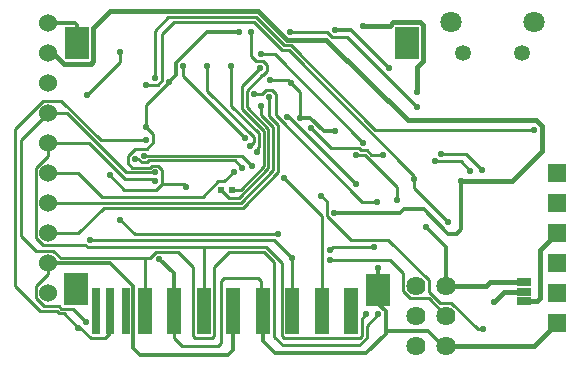
<source format=gbl>
G75*
%MOIN*%
%OFA0B0*%
%FSLAX25Y25*%
%IPPOS*%
%LPD*%
%AMOC8*
5,1,8,0,0,1.08239X$1,22.5*
%
%ADD10C,0.06400*%
%ADD11C,0.06000*%
%ADD12R,0.06000X0.06000*%
%ADD13R,0.05000X0.02500*%
%ADD14C,0.05315*%
%ADD15C,0.07087*%
%ADD16R,0.07874X0.11024*%
%ADD17R,0.02756X0.15748*%
%ADD18R,0.04724X0.15748*%
%ADD19C,0.02181*%
%ADD20C,0.01000*%
%ADD21C,0.01600*%
%ADD22C,0.01200*%
%ADD23C,0.02378*%
D10*
X0145000Y0016214D03*
X0155000Y0016214D03*
X0155000Y0026214D03*
X0145000Y0026214D03*
X0145000Y0036214D03*
X0155000Y0036214D03*
D11*
X0022500Y0033714D03*
X0022500Y0043714D03*
X0022500Y0053714D03*
X0022500Y0063714D03*
X0022500Y0073714D03*
X0022500Y0083714D03*
X0022500Y0093714D03*
X0022500Y0103714D03*
X0022500Y0113714D03*
X0022500Y0123714D03*
D12*
X0192000Y0073714D03*
X0192000Y0063714D03*
X0192000Y0053714D03*
X0192000Y0043714D03*
X0192000Y0033714D03*
X0192000Y0023714D03*
D13*
X0181000Y0031014D03*
X0181000Y0034214D03*
X0181000Y0037414D03*
D14*
X0180343Y0113584D03*
X0160657Y0113584D03*
D15*
X0156720Y0124214D03*
X0184280Y0124214D03*
D16*
X0142012Y0117041D03*
X0032169Y0117041D03*
X0031776Y0035151D03*
X0132563Y0034758D03*
D17*
X0048311Y0027671D03*
X0043193Y0027671D03*
X0038469Y0027671D03*
D18*
X0054610Y0027671D03*
X0064453Y0027671D03*
X0074295Y0027671D03*
X0084138Y0027671D03*
X0093980Y0027671D03*
X0103823Y0027671D03*
X0113665Y0027671D03*
X0123508Y0027671D03*
D19*
X0128500Y0026714D03*
X0132500Y0026714D03*
X0132500Y0042214D03*
X0131000Y0049214D03*
X0116500Y0048214D03*
X0116500Y0044714D03*
X0103823Y0045392D03*
X0099119Y0053333D03*
X0113500Y0066214D03*
X0117631Y0060346D03*
X0132000Y0064214D03*
X0138589Y0064714D03*
X0144500Y0071714D03*
X0151419Y0077795D03*
X0153550Y0079925D03*
X0163189Y0074525D03*
X0167000Y0074714D03*
X0160000Y0071214D03*
X0155673Y0057388D03*
X0148500Y0055714D03*
X0125000Y0070214D03*
X0125000Y0079714D03*
X0127500Y0083714D03*
X0134131Y0079846D03*
X0118000Y0087714D03*
X0110000Y0088714D03*
X0106500Y0092214D03*
X0102119Y0092333D03*
X0093500Y0096214D03*
X0096000Y0099214D03*
X0091000Y0100214D03*
X0096500Y0104714D03*
X0093089Y0108714D03*
X0093500Y0113292D03*
X0083500Y0109303D03*
X0075500Y0109303D03*
X0067500Y0109303D03*
X0062578Y0103972D03*
X0058000Y0105503D03*
X0055000Y0103214D03*
X0046500Y0114214D03*
X0035500Y0099714D03*
X0055000Y0089214D03*
X0055000Y0084636D03*
X0054543Y0079520D03*
X0051500Y0078510D03*
X0058000Y0073892D03*
X0058000Y0070914D03*
X0068500Y0069214D03*
X0084500Y0074214D03*
X0087179Y0075534D03*
X0090500Y0075925D03*
X0092000Y0080714D03*
X0089743Y0082714D03*
X0088000Y0085425D03*
X0101000Y0072214D03*
X0059500Y0045214D03*
X0046500Y0058214D03*
X0036500Y0051425D03*
X0043089Y0073214D03*
X0103500Y0103714D03*
X0103000Y0120714D03*
X0090000Y0120714D03*
X0086000Y0120714D03*
X0117909Y0121306D03*
X0127500Y0122714D03*
X0136104Y0108714D03*
X0145500Y0100714D03*
X0145500Y0095714D03*
X0184500Y0088214D03*
X0171000Y0030714D03*
X0167500Y0021714D03*
X0035000Y0024214D03*
X0032500Y0022214D03*
D20*
X0027775Y0026940D01*
X0026220Y0026940D01*
X0025445Y0027714D01*
X0019702Y0027714D01*
X0011500Y0035916D01*
X0011500Y0088513D01*
X0020802Y0097814D01*
X0026841Y0097814D01*
X0040019Y0084636D01*
X0055000Y0084636D01*
X0057500Y0083899D02*
X0057500Y0086714D01*
X0055000Y0089214D01*
X0055000Y0096394D01*
X0062578Y0103972D01*
X0060289Y0104555D02*
X0060289Y0120003D01*
X0064401Y0124115D01*
X0090988Y0124115D01*
X0100478Y0114625D01*
X0102589Y0114625D01*
X0144500Y0072714D01*
X0144500Y0071714D01*
X0144500Y0068561D01*
X0155673Y0057388D01*
X0138589Y0064714D02*
X0138589Y0069125D01*
X0128000Y0079714D01*
X0125000Y0079714D01*
X0126637Y0081314D02*
X0128663Y0081314D01*
X0130131Y0079846D01*
X0134131Y0079846D01*
X0126637Y0081314D02*
X0125948Y0082003D01*
X0116711Y0082003D01*
X0110000Y0088714D01*
X0106500Y0092214D02*
X0106500Y0100714D01*
X0103500Y0103714D01*
X0102500Y0104714D01*
X0096500Y0104714D01*
X0094037Y0106425D02*
X0093811Y0106425D01*
X0088600Y0101214D01*
X0088600Y0095640D01*
X0095889Y0088351D01*
X0095889Y0075270D01*
X0086045Y0065425D01*
X0082789Y0065425D01*
X0080119Y0068096D01*
X0079170Y0070885D02*
X0073952Y0065666D01*
X0040462Y0065666D01*
X0032414Y0073714D01*
X0022500Y0073714D01*
X0018400Y0075413D02*
X0018400Y0052016D01*
X0020802Y0049614D01*
X0035074Y0049614D01*
X0035552Y0049136D01*
X0074500Y0049136D01*
X0074500Y0027876D01*
X0074295Y0027671D01*
X0064453Y0027671D02*
X0064453Y0018762D01*
X0067000Y0016214D01*
X0079000Y0016214D01*
X0080000Y0017214D01*
X0080000Y0037714D01*
X0081000Y0038714D01*
X0092466Y0038714D01*
X0093483Y0037697D01*
X0093483Y0028168D01*
X0093980Y0027671D01*
X0103823Y0027671D02*
X0103823Y0045392D01*
X0097789Y0051425D01*
X0036500Y0051425D01*
X0032500Y0053714D02*
X0022500Y0053714D01*
X0024198Y0047814D02*
X0018400Y0047814D01*
X0013500Y0052714D01*
X0013500Y0084714D01*
X0022500Y0093714D01*
X0028678Y0093714D01*
X0048500Y0073892D01*
X0058000Y0073892D01*
X0056363Y0075492D02*
X0050500Y0075492D01*
X0049000Y0076992D01*
X0049000Y0079248D01*
X0051561Y0081809D01*
X0055410Y0081809D01*
X0057500Y0083899D01*
X0054543Y0079520D02*
X0086906Y0079520D01*
X0090500Y0075925D01*
X0087179Y0075534D02*
X0084794Y0077920D01*
X0056180Y0077920D01*
X0055491Y0077231D01*
X0053594Y0077231D01*
X0052315Y0078510D01*
X0051500Y0078510D01*
X0056363Y0075492D02*
X0057052Y0076181D01*
X0058948Y0076181D01*
X0060289Y0074840D01*
X0060289Y0069966D01*
X0067748Y0069966D01*
X0068500Y0069214D01*
X0060289Y0069966D02*
X0058948Y0068625D01*
X0058911Y0068625D01*
X0058500Y0068214D01*
X0047589Y0068214D01*
X0043089Y0073214D01*
X0048052Y0071603D02*
X0035941Y0083714D01*
X0022500Y0083714D01*
X0022500Y0079513D01*
X0018400Y0075413D01*
X0022500Y0063714D02*
X0086596Y0063714D01*
X0097489Y0074607D01*
X0097489Y0089014D01*
X0093500Y0093003D01*
X0093500Y0096214D01*
X0096000Y0099214D02*
X0096000Y0092765D01*
X0099089Y0089676D01*
X0099089Y0073944D01*
X0087259Y0062114D01*
X0040900Y0062114D01*
X0032500Y0053714D01*
X0026565Y0045447D02*
X0024198Y0047814D01*
X0026565Y0045447D02*
X0054500Y0045447D01*
X0054610Y0045337D01*
X0054610Y0027671D01*
X0043193Y0027671D02*
X0043193Y0020407D01*
X0041500Y0018714D01*
X0040319Y0018714D01*
X0040302Y0018697D01*
X0036635Y0018697D01*
X0033118Y0022214D01*
X0032500Y0022214D01*
X0035000Y0024214D02*
X0030675Y0028540D01*
X0026883Y0028540D01*
X0026108Y0029314D01*
X0021102Y0029314D01*
X0018400Y0032016D01*
X0018400Y0036114D01*
X0022500Y0040214D01*
X0022500Y0043714D01*
X0046500Y0058214D02*
X0051381Y0053333D01*
X0099119Y0053333D01*
X0095078Y0049136D02*
X0100361Y0043854D01*
X0100361Y0019341D01*
X0101005Y0018697D01*
X0126326Y0018697D01*
X0126970Y0019341D01*
X0126970Y0025184D01*
X0128500Y0026714D01*
X0128570Y0022784D02*
X0132500Y0026714D01*
X0128570Y0022784D02*
X0128570Y0018679D01*
X0126206Y0016314D01*
X0100600Y0016314D01*
X0097869Y0019046D01*
X0097869Y0044083D01*
X0094415Y0047536D01*
X0082822Y0047536D01*
X0077757Y0042472D01*
X0077757Y0019341D01*
X0077113Y0018697D01*
X0071477Y0018697D01*
X0070833Y0019341D01*
X0070833Y0042381D01*
X0065711Y0047503D01*
X0058552Y0047503D01*
X0056496Y0045447D01*
X0054500Y0045447D01*
X0074500Y0049136D02*
X0095078Y0049136D01*
X0113665Y0059549D02*
X0113665Y0027671D01*
X0116500Y0044714D02*
X0136500Y0044714D01*
X0140700Y0040514D01*
X0140700Y0034433D01*
X0143219Y0031914D01*
X0149300Y0031914D01*
X0155000Y0026214D01*
X0156781Y0030514D02*
X0152963Y0030514D01*
X0149300Y0034177D01*
X0149300Y0037995D01*
X0135792Y0051503D01*
X0123237Y0051503D01*
X0115342Y0059398D01*
X0115342Y0064372D01*
X0113500Y0066214D01*
X0113665Y0059549D02*
X0101000Y0072214D01*
X0094289Y0075932D02*
X0086571Y0068214D01*
X0083597Y0068214D01*
X0081170Y0070885D02*
X0079170Y0070885D01*
X0081170Y0070885D02*
X0084500Y0074214D01*
X0092000Y0080714D02*
X0092000Y0081735D01*
X0092600Y0082335D01*
X0092600Y0087114D01*
X0083500Y0096214D01*
X0083500Y0109303D01*
X0090000Y0112714D02*
X0091711Y0111003D01*
X0094037Y0111003D01*
X0095378Y0109662D01*
X0095378Y0107766D01*
X0094037Y0106425D01*
X0093089Y0108714D02*
X0093000Y0108714D01*
X0087000Y0102714D01*
X0087000Y0094977D01*
X0094289Y0087688D01*
X0094289Y0075932D01*
X0089743Y0082714D02*
X0091000Y0083972D01*
X0091000Y0085714D01*
X0075500Y0101214D01*
X0075500Y0109303D01*
X0067500Y0109303D02*
X0067500Y0105925D01*
X0088000Y0085425D01*
X0098289Y0092925D02*
X0098289Y0100162D01*
X0096948Y0101503D01*
X0095052Y0101503D01*
X0093763Y0100214D01*
X0091000Y0100214D01*
X0098289Y0092925D02*
X0127000Y0064214D01*
X0132000Y0064214D01*
X0151419Y0077795D02*
X0152443Y0077795D01*
X0152602Y0077636D01*
X0160078Y0077636D01*
X0163189Y0074525D01*
X0167000Y0074714D02*
X0161789Y0079925D01*
X0153550Y0079925D01*
X0131263Y0088214D02*
X0103252Y0116225D01*
X0101141Y0116225D01*
X0091651Y0125715D01*
X0062500Y0125715D01*
X0058000Y0121215D01*
X0058000Y0105503D01*
X0060289Y0104555D02*
X0058948Y0103214D01*
X0055000Y0103214D01*
X0046500Y0110714D02*
X0046500Y0114214D01*
X0046500Y0110714D02*
X0035500Y0099714D01*
X0048052Y0071603D02*
X0057311Y0071603D01*
X0058000Y0070914D01*
X0103500Y0103714D02*
X0104500Y0102714D01*
X0090000Y0112714D02*
X0090000Y0120714D01*
X0093500Y0113292D02*
X0097922Y0113292D01*
X0127500Y0083714D01*
X0131263Y0088214D02*
X0184500Y0088214D01*
X0145500Y0095714D02*
X0122198Y0119017D01*
X0116961Y0119017D01*
X0115263Y0120714D01*
X0103000Y0120714D01*
X0117500Y0049214D02*
X0116500Y0048214D01*
X0117500Y0049214D02*
X0131000Y0049214D01*
X0156781Y0030514D02*
X0165581Y0021714D01*
X0167500Y0021714D01*
D21*
X0155000Y0016214D02*
X0184500Y0016214D01*
X0192000Y0023714D01*
X0185300Y0031014D02*
X0181000Y0031014D01*
X0181000Y0034214D02*
X0174500Y0034214D01*
X0171000Y0030714D01*
X0168500Y0036214D02*
X0155000Y0036214D01*
X0168500Y0036214D02*
X0169700Y0037414D01*
X0181000Y0037414D01*
X0186500Y0032214D02*
X0186500Y0048214D01*
X0192000Y0053714D01*
X0177161Y0071214D02*
X0187089Y0081142D01*
X0187089Y0089287D01*
X0185072Y0091303D01*
X0179572Y0091303D01*
X0179500Y0091303D01*
X0142411Y0091303D01*
X0115089Y0118125D01*
X0101928Y0118125D01*
X0092438Y0127615D01*
X0043000Y0127615D01*
X0037506Y0122121D01*
X0037506Y0110949D01*
X0036686Y0110129D01*
X0027652Y0110129D01*
X0024067Y0113714D01*
X0022500Y0113714D01*
X0127500Y0122714D02*
X0136256Y0122714D01*
X0137495Y0123953D01*
X0146529Y0123953D01*
X0147349Y0123133D01*
X0147349Y0110949D01*
X0145500Y0109101D01*
X0145500Y0100714D01*
X0160000Y0071214D02*
X0177161Y0071214D01*
X0186500Y0032214D02*
X0185300Y0031014D01*
D22*
X0155000Y0036214D02*
X0155000Y0049214D01*
X0148500Y0055714D01*
X0147707Y0061603D02*
X0155812Y0053499D01*
X0158663Y0053499D01*
X0160062Y0054898D01*
X0160062Y0069277D01*
X0160000Y0071214D01*
X0147707Y0061603D02*
X0141010Y0061603D01*
X0139753Y0060346D01*
X0117631Y0060346D01*
X0125000Y0070214D02*
X0102881Y0092333D01*
X0102119Y0092333D01*
X0106500Y0092214D02*
X0109879Y0092214D01*
X0114379Y0087714D01*
X0118000Y0087714D01*
X0136104Y0108714D02*
X0123513Y0121306D01*
X0117909Y0121306D01*
X0086000Y0120714D02*
X0075532Y0120714D01*
X0065111Y0110293D01*
X0065111Y0106505D01*
X0062578Y0103972D01*
X0032169Y0117041D02*
X0032169Y0123045D01*
X0031500Y0123714D01*
X0022500Y0123714D01*
X0059500Y0045214D02*
X0064453Y0040262D01*
X0064453Y0027671D01*
X0050889Y0036042D02*
X0043184Y0043747D01*
X0039064Y0043747D01*
X0039031Y0043714D01*
X0022500Y0043714D01*
X0050889Y0036042D02*
X0050889Y0015325D01*
X0053000Y0013214D01*
X0082500Y0013214D01*
X0084138Y0014852D01*
X0084138Y0027671D01*
X0093980Y0027671D02*
X0093980Y0017734D01*
X0098000Y0013714D01*
X0128500Y0013714D01*
X0135000Y0020214D01*
X0135000Y0021214D01*
X0149000Y0021214D01*
X0154000Y0016214D01*
X0155000Y0016214D01*
X0135000Y0021214D02*
X0135000Y0027714D01*
X0132500Y0030214D01*
X0132500Y0034821D01*
X0132500Y0042214D01*
X0132500Y0034821D02*
X0132563Y0034758D01*
X0132000Y0034195D01*
D23*
X0083597Y0068214D03*
X0080119Y0068096D03*
M02*

</source>
